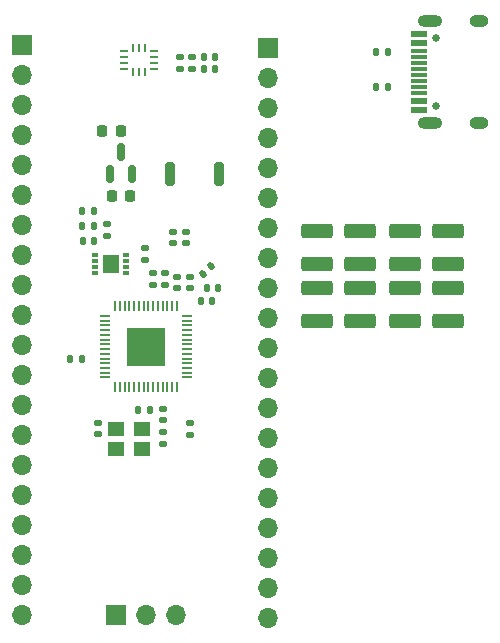
<source format=gbr>
%TF.GenerationSoftware,KiCad,Pcbnew,7.0.10*%
%TF.CreationDate,2025-11-23T12:01:09-06:00*%
%TF.ProjectId,FrankDevBoard,4672616e-6b44-4657-9642-6f6172642e6b,rev?*%
%TF.SameCoordinates,Original*%
%TF.FileFunction,Soldermask,Top*%
%TF.FilePolarity,Negative*%
%FSLAX46Y46*%
G04 Gerber Fmt 4.6, Leading zero omitted, Abs format (unit mm)*
G04 Created by KiCad (PCBNEW 7.0.10) date 2025-11-23 12:01:09*
%MOMM*%
%LPD*%
G01*
G04 APERTURE LIST*
G04 Aperture macros list*
%AMRoundRect*
0 Rectangle with rounded corners*
0 $1 Rounding radius*
0 $2 $3 $4 $5 $6 $7 $8 $9 X,Y pos of 4 corners*
0 Add a 4 corners polygon primitive as box body*
4,1,4,$2,$3,$4,$5,$6,$7,$8,$9,$2,$3,0*
0 Add four circle primitives for the rounded corners*
1,1,$1+$1,$2,$3*
1,1,$1+$1,$4,$5*
1,1,$1+$1,$6,$7*
1,1,$1+$1,$8,$9*
0 Add four rect primitives between the rounded corners*
20,1,$1+$1,$2,$3,$4,$5,0*
20,1,$1+$1,$4,$5,$6,$7,0*
20,1,$1+$1,$6,$7,$8,$9,0*
20,1,$1+$1,$8,$9,$2,$3,0*%
G04 Aperture macros list end*
%ADD10R,0.675000X0.250000*%
%ADD11R,0.250000X0.675000*%
%ADD12RoundRect,0.135000X-0.185000X0.135000X-0.185000X-0.135000X0.185000X-0.135000X0.185000X0.135000X0*%
%ADD13RoundRect,0.140000X0.140000X0.170000X-0.140000X0.170000X-0.140000X-0.170000X0.140000X-0.170000X0*%
%ADD14RoundRect,0.140000X-0.140000X-0.170000X0.140000X-0.170000X0.140000X0.170000X-0.140000X0.170000X0*%
%ADD15RoundRect,0.250000X1.075000X-0.375000X1.075000X0.375000X-1.075000X0.375000X-1.075000X-0.375000X0*%
%ADD16R,1.700000X1.700000*%
%ADD17O,1.700000X1.700000*%
%ADD18RoundRect,0.135000X0.135000X0.185000X-0.135000X0.185000X-0.135000X-0.185000X0.135000X-0.185000X0*%
%ADD19RoundRect,0.250000X-1.075000X0.375000X-1.075000X-0.375000X1.075000X-0.375000X1.075000X0.375000X0*%
%ADD20RoundRect,0.225000X0.225000X0.250000X-0.225000X0.250000X-0.225000X-0.250000X0.225000X-0.250000X0*%
%ADD21RoundRect,0.140000X-0.170000X0.140000X-0.170000X-0.140000X0.170000X-0.140000X0.170000X0.140000X0*%
%ADD22RoundRect,0.140000X0.170000X-0.140000X0.170000X0.140000X-0.170000X0.140000X-0.170000X-0.140000X0*%
%ADD23RoundRect,0.050000X-0.387500X-0.050000X0.387500X-0.050000X0.387500X0.050000X-0.387500X0.050000X0*%
%ADD24RoundRect,0.050000X-0.050000X-0.387500X0.050000X-0.387500X0.050000X0.387500X-0.050000X0.387500X0*%
%ADD25R,3.200000X3.200000*%
%ADD26R,1.400000X1.200000*%
%ADD27C,0.650000*%
%ADD28R,1.450000X0.600000*%
%ADD29R,1.450000X0.300000*%
%ADD30O,2.100000X1.000000*%
%ADD31O,1.600000X1.000000*%
%ADD32RoundRect,0.200000X0.200000X0.800000X-0.200000X0.800000X-0.200000X-0.800000X0.200000X-0.800000X0*%
%ADD33RoundRect,0.140000X0.021213X-0.219203X0.219203X-0.021213X-0.021213X0.219203X-0.219203X0.021213X0*%
%ADD34RoundRect,0.150000X0.150000X-0.587500X0.150000X0.587500X-0.150000X0.587500X-0.150000X-0.587500X0*%
%ADD35RoundRect,0.087500X-0.175000X-0.087500X0.175000X-0.087500X0.175000X0.087500X-0.175000X0.087500X0*%
%ADD36R,1.400000X1.600000*%
G04 APERTURE END LIST*
D10*
%TO.C,U2*%
X187562500Y-50350000D03*
X187562500Y-49850000D03*
X187562500Y-49350000D03*
X187562500Y-48850000D03*
D11*
X186800000Y-48587500D03*
X186300000Y-48587500D03*
X185800000Y-48587500D03*
D10*
X185037500Y-48850000D03*
X185037500Y-49350000D03*
X185037500Y-49850000D03*
X185037500Y-50350000D03*
D11*
X185800000Y-50612500D03*
X186300000Y-50612500D03*
X186800000Y-50612500D03*
%TD*%
D12*
%TO.C,R9*%
X189780000Y-49310000D03*
X189780000Y-50330000D03*
%TD*%
%TO.C,R8*%
X190780000Y-49310000D03*
X190780000Y-50330000D03*
%TD*%
D13*
%TO.C,C19*%
X192780000Y-50320000D03*
X191820000Y-50320000D03*
%TD*%
D14*
%TO.C,C18*%
X191820000Y-49320000D03*
X192780000Y-49320000D03*
%TD*%
D15*
%TO.C,D1*%
X201400000Y-66900000D03*
X201400000Y-64100000D03*
%TD*%
D16*
%TO.C,J3*%
X197200000Y-48540000D03*
D17*
X197200000Y-51080000D03*
X197200000Y-53620000D03*
X197200000Y-56160000D03*
X197200000Y-58700000D03*
X197200000Y-61240000D03*
X197200000Y-63780000D03*
X197200000Y-66320000D03*
X197200000Y-68860000D03*
X197200000Y-71400000D03*
X197200000Y-73940000D03*
X197200000Y-76480000D03*
X197200000Y-79020000D03*
X197200000Y-81560000D03*
X197200000Y-84100000D03*
X197200000Y-86640000D03*
X197200000Y-89180000D03*
X197200000Y-91720000D03*
X197200000Y-94260000D03*
X197200000Y-96800000D03*
%TD*%
D18*
%TO.C,R1*%
X207410000Y-48900000D03*
X206390000Y-48900000D03*
%TD*%
D15*
%TO.C,D12*%
X205000000Y-64100000D03*
X205000000Y-66900000D03*
%TD*%
%TO.C,D11*%
X212500000Y-64100000D03*
X212500000Y-66900000D03*
%TD*%
D19*
%TO.C,D10*%
X212499999Y-71700000D03*
X212499999Y-68900000D03*
%TD*%
D15*
%TO.C,D9*%
X208800000Y-64100000D03*
X208800000Y-66900000D03*
%TD*%
D19*
%TO.C,D8*%
X205000000Y-71700000D03*
X205000000Y-68900000D03*
%TD*%
%TO.C,D6*%
X208800002Y-71700002D03*
X208800002Y-68900002D03*
%TD*%
%TO.C,D5*%
X201400004Y-71700004D03*
X201400004Y-68900004D03*
%TD*%
D16*
%TO.C,J4*%
X184360000Y-96600000D03*
D17*
X186900000Y-96600000D03*
X189440000Y-96600000D03*
%TD*%
D20*
%TO.C,C13*%
X185575000Y-61100000D03*
X184025000Y-61100000D03*
%TD*%
D14*
%TO.C,C17*%
X192040000Y-68900000D03*
X193000000Y-68900000D03*
%TD*%
D21*
%TO.C,C9*%
X190600000Y-80340000D03*
X190600000Y-81300000D03*
%TD*%
D22*
%TO.C,C11*%
X186800000Y-66480000D03*
X186800000Y-65520000D03*
%TD*%
D12*
%TO.C,R4*%
X188500000Y-67590000D03*
X188500000Y-68610000D03*
%TD*%
D18*
%TO.C,R5*%
X187220000Y-79200000D03*
X186200000Y-79200000D03*
%TD*%
D20*
%TO.C,C12*%
X184750000Y-55600000D03*
X183200000Y-55600000D03*
%TD*%
D22*
%TO.C,C16*%
X190600000Y-68880000D03*
X190600000Y-67920000D03*
%TD*%
D12*
%TO.C,R3*%
X187500000Y-67590000D03*
X187500000Y-68610000D03*
%TD*%
D22*
%TO.C,C5*%
X190300000Y-65100000D03*
X190300000Y-64140000D03*
%TD*%
D14*
%TO.C,C7*%
X181520000Y-62410000D03*
X182480000Y-62410000D03*
%TD*%
D22*
%TO.C,C10*%
X189500000Y-68880000D03*
X189500000Y-67920000D03*
%TD*%
D21*
%TO.C,C1*%
X188300000Y-79120000D03*
X188300000Y-80080000D03*
%TD*%
D14*
%TO.C,C8*%
X191520000Y-70000000D03*
X192480000Y-70000000D03*
%TD*%
D16*
%TO.C,J2*%
X176400000Y-48280000D03*
D17*
X176400000Y-50820000D03*
X176400000Y-53360000D03*
X176400000Y-55900000D03*
X176400000Y-58440000D03*
X176400000Y-60980000D03*
X176400000Y-63520000D03*
X176400000Y-66060000D03*
X176400000Y-68600000D03*
X176400000Y-71140000D03*
X176400000Y-73680000D03*
X176400000Y-76220000D03*
X176400000Y-78760000D03*
X176400000Y-81300000D03*
X176400000Y-83840000D03*
X176400000Y-86380000D03*
X176400000Y-88920000D03*
X176400000Y-91460000D03*
X176400000Y-94000000D03*
X176400000Y-96540000D03*
%TD*%
D23*
%TO.C,U1*%
X183462500Y-71262500D03*
X183462500Y-71662500D03*
X183462500Y-72062500D03*
X183462500Y-72462500D03*
X183462500Y-72862500D03*
X183462500Y-73262500D03*
X183462500Y-73662500D03*
X183462500Y-74062500D03*
X183462500Y-74462500D03*
X183462500Y-74862500D03*
X183462500Y-75262500D03*
X183462500Y-75662500D03*
X183462500Y-76062500D03*
X183462500Y-76462500D03*
D24*
X184300000Y-77300000D03*
X184700000Y-77300000D03*
X185100000Y-77300000D03*
X185500000Y-77300000D03*
X185900000Y-77300000D03*
X186300000Y-77300000D03*
X186700000Y-77300000D03*
X187100000Y-77300000D03*
X187500000Y-77300000D03*
X187900000Y-77300000D03*
X188300000Y-77300000D03*
X188700000Y-77300000D03*
X189100000Y-77300000D03*
X189500000Y-77300000D03*
D23*
X190337500Y-76462500D03*
X190337500Y-76062500D03*
X190337500Y-75662500D03*
X190337500Y-75262500D03*
X190337500Y-74862500D03*
X190337500Y-74462500D03*
X190337500Y-74062500D03*
X190337500Y-73662500D03*
X190337500Y-73262500D03*
X190337500Y-72862500D03*
X190337500Y-72462500D03*
X190337500Y-72062500D03*
X190337500Y-71662500D03*
X190337500Y-71262500D03*
D24*
X189500000Y-70425000D03*
X189100000Y-70425000D03*
X188700000Y-70425000D03*
X188300000Y-70425000D03*
X187900000Y-70425000D03*
X187500000Y-70425000D03*
X187100000Y-70425000D03*
X186700000Y-70425000D03*
X186300000Y-70425000D03*
X185900000Y-70425000D03*
X185500000Y-70425000D03*
X185100000Y-70425000D03*
X184700000Y-70425000D03*
X184300000Y-70425000D03*
D25*
X186900000Y-73862500D03*
%TD*%
D22*
%TO.C,C15*%
X188300000Y-82060000D03*
X188300000Y-81100000D03*
%TD*%
D13*
%TO.C,C6*%
X182500000Y-64910000D03*
X181540000Y-64910000D03*
%TD*%
D12*
%TO.C,R7*%
X183620000Y-63500000D03*
X183620000Y-64520000D03*
%TD*%
D22*
%TO.C,C2*%
X189200000Y-65100000D03*
X189200000Y-64140000D03*
%TD*%
%TO.C,C14*%
X182800000Y-81280000D03*
X182800000Y-80320000D03*
%TD*%
D18*
%TO.C,R6*%
X182530000Y-63610000D03*
X181510000Y-63610000D03*
%TD*%
D26*
%TO.C,Y1*%
X184400000Y-82500000D03*
X186600000Y-82500000D03*
X186600000Y-80800000D03*
X184400000Y-80800000D03*
%TD*%
D13*
%TO.C,C3*%
X181460000Y-74900000D03*
X180500000Y-74900000D03*
%TD*%
D27*
%TO.C,J1*%
X211460000Y-53489994D03*
X211460000Y-47709994D03*
D28*
X210015000Y-53849994D03*
X210015000Y-53049994D03*
D29*
X210015000Y-51849994D03*
X210015000Y-50849994D03*
X210015000Y-50349994D03*
X210015000Y-49349994D03*
D28*
X210015000Y-48149994D03*
X210015000Y-47349994D03*
X210015000Y-47349994D03*
X210015000Y-48149994D03*
D29*
X210015000Y-48849994D03*
X210015000Y-49849994D03*
X210015000Y-51349994D03*
X210015000Y-52349994D03*
D28*
X210015000Y-53049994D03*
X210015000Y-53849994D03*
D30*
X210930000Y-54919994D03*
D31*
X215110000Y-54919994D03*
D30*
X210930000Y-46279994D03*
D31*
X215110000Y-46279994D03*
%TD*%
D32*
%TO.C,SW1*%
X193100000Y-59200000D03*
X188900000Y-59200000D03*
%TD*%
D33*
%TO.C,C4*%
X191760589Y-67739411D03*
X192439411Y-67060589D03*
%TD*%
D34*
%TO.C,U4*%
X183850000Y-59275000D03*
X185750000Y-59275000D03*
X184800000Y-57400000D03*
%TD*%
D18*
%TO.C,R2*%
X207410000Y-51900000D03*
X206390000Y-51900000D03*
%TD*%
D35*
%TO.C,U3*%
X182625000Y-66100000D03*
X182625000Y-66600000D03*
X182625000Y-67100000D03*
X182625000Y-67600000D03*
X185200000Y-67600000D03*
X185200000Y-67100000D03*
X185200000Y-66600000D03*
X185200000Y-66100000D03*
D36*
X183912500Y-66850000D03*
%TD*%
M02*

</source>
